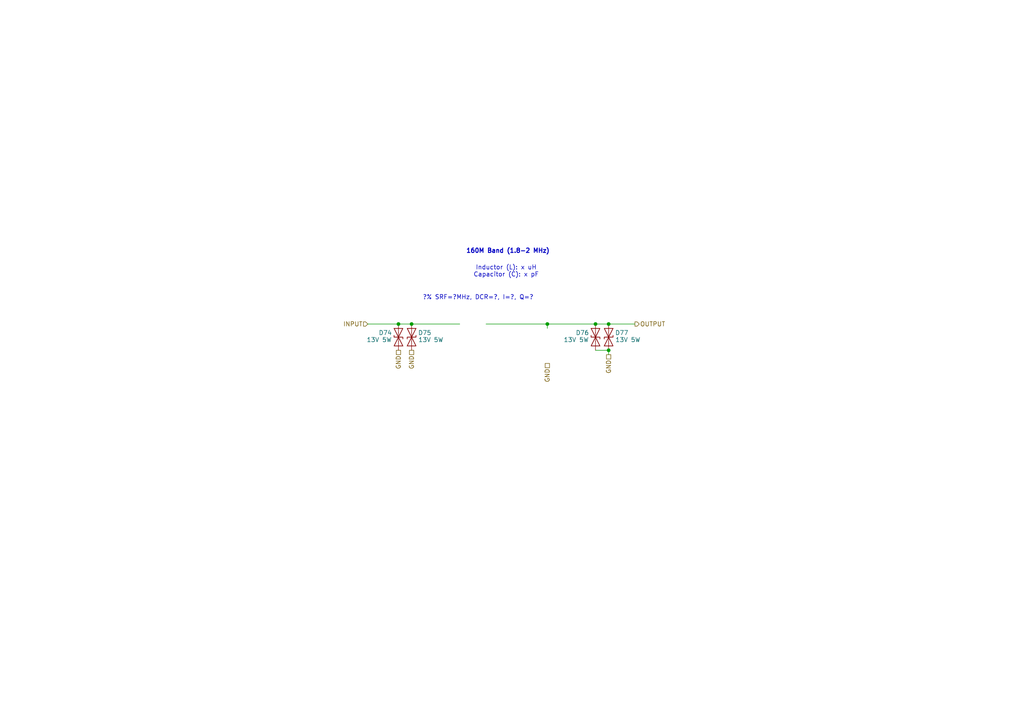
<source format=kicad_sch>
(kicad_sch (version 20231120) (generator "eeschema") (generator_version "8.0")
  (paper "A4")
  (lib_symbols
    (symbol "Diode:SD15_SOD323" (pin_numbers hide) (pin_names (offset 1.016) hide)
      (property "Reference" "D" (at 0 2.54 0))
      (property "Value" "SD15_SOD323" (at 0 -2.54 0))
      (symbol "SD15_SOD323_0_1"
        (polyline (pts (xy 1.27 0) (xy -1.27 0)))
        (polyline (pts (xy -2.54 -1.27) (xy 0 0) (xy -2.54 1.27) (xy -2.54 -1.27)) (stroke (width 0.2032)))
        (polyline (pts (xy 0.508 1.27) (xy 0 1.27) (xy 0 -1.27) (xy -0.508 -1.27)) (stroke (width 0.2032)))
        (polyline (pts (xy 2.54 1.27) (xy 2.54 -1.27) (xy 0 0) (xy 2.54 1.27)) (stroke (width 0.2032)))
      )
      (symbol "SD15_SOD323_1_1"
        (pin passive line (at -3.81 0 0) (length 2.54) (name "A1") (number "1"))
        (pin passive line (at 3.81 0 180) (length 2.54) (name "A2") (number "2"))
      )
    )
  )
  (junction (at 172.72 93.98))
  (junction (at 176.53 101.6))
  (junction (at 176.53 93.98))
  (junction (at 115.57 93.98))
  (junction (at 119.38 93.98))
  (junction (at 158.75 93.98))
  (wire (pts (xy 106.68 93.98) (xy 115.57 93.98)))
  (wire (pts (xy 119.38 93.98) (xy 133.35 93.98)))
  (wire (pts (xy 176.53 101.6) (xy 176.53 102.87)))
  (wire (pts (xy 158.75 93.98) (xy 172.72 93.98)))
  (wire (pts (xy 172.72 93.98) (xy 176.53 93.98)))
  (wire (pts (xy 115.57 93.98) (xy 119.38 93.98)))
  (wire (pts (xy 158.75 93.98) (xy 158.75 95.25)))
  (wire (pts (xy 140.97 93.98) (xy 158.75 93.98)))
  (wire (pts (xy 172.72 101.6) (xy 176.53 101.6)))
  (wire (pts (xy 176.53 93.98) (xy 184.15 93.98)))
  (text "?% SRF=?MHz, DCR=?, I=?, Q=?" (at 138.684 86.36 0) (effects (font (size 1.27 1.27))))
  (text "160M Band (1.8-2 MHz)" (at 147.32 72.898 0) (effects (font (size 1.27 1.27) (thickness 0.254) (bold yes))))
  (text "Inductor (L): x uH\nCapacitor (C): x pF" (at 146.812 78.74 0) (effects (font (size 1.27 1.27))))
  (hierarchical_label "GND" (shape passive) (at 158.75 105.41 270))
  (hierarchical_label "GND" (shape passive) (at 119.38 101.6 270))
  (hierarchical_label "GND" (shape passive) (at 176.53 102.87 270))
  (hierarchical_label "INPUT" (shape input) (at 106.68 93.98 180))
  (hierarchical_label "OUTPUT" (shape output) (at 184.15 93.98 0))
  (hierarchical_label "GND" (shape passive) (at 115.57 101.6 270))
  (symbol (lib_id "Diode:SD15_SOD323") (at 172.72 97.79 90) (unit 1)
    (property "Reference" "D76" (at 168.91 96.52 90))
    (property "Value" "13V 5W" (at 167.132 98.552 90))
    (property "Footprint" "Diode_SMD:D_0603_1608Metric" (effects (hide yes)))
    (property "Datasheet" "https://wmsc.lcsc.com/wmsc/upload/file/pdf/v2/lcsc/1912111437_DOWO-SMB5350B_C284082.pdf" (effects (hide yes)))
    (property "Description" "Independent Type 5W 13V SMB(DO-214AA) Zener Diodes ROHS" (effects (hide yes)))
    (property "LCSC Part #" "C284082" (effects (hide yes)))
    (property "MPN" "SMB5350B" (effects (hide yes)))
    (property "Manufacturer" "DOWO" (effects (hide yes)))
  )
  (symbol (lib_id "Diode:SD15_SOD323") (at 176.53 97.79 270) (mirror x) (unit 1)
    (property "Reference" "D77" (at 180.34 96.52 90))
    (property "Value" "13V 5W" (at 182.118 98.552 90))
    (property "Footprint" "Diode_SMD:D_0603_1608Metric" (effects (hide yes)))
    (property "Datasheet" "https://wmsc.lcsc.com/wmsc/upload/file/pdf/v2/lcsc/1912111437_DOWO-SMB5350B_C284082.pdf" (effects (hide yes)))
    (property "Description" "Independent Type 5W 13V SMB(DO-214AA) Zener Diodes ROHS" (effects (hide yes)))
    (property "LCSC Part #" "C284082" (effects (hide yes)))
    (property "MPN" "SMB5350B" (effects (hide yes)))
    (property "Manufacturer" "DOWO" (effects (hide yes)))
  )
  (symbol (lib_id "Diode:SD15_SOD323") (at 119.38 97.79 270) (mirror x) (unit 1)
    (property "Reference" "D75" (at 123.19 96.52 90))
    (property "Value" "13V 5W" (at 124.968 98.552 90))
    (property "Footprint" "Diode_SMD:D_0603_1608Metric" (effects (hide yes)))
    (property "Datasheet" "https://wmsc.lcsc.com/wmsc/upload/file/pdf/v2/lcsc/1912111437_DOWO-SMB5350B_C284082.pdf" (effects (hide yes)))
    (property "Description" "Independent Type 5W 13V SMB(DO-214AA) Zener Diodes ROHS" (effects (hide yes)))
    (property "LCSC Part #" "C284082" (effects (hide yes)))
    (property "MPN" "SMB5350B" (effects (hide yes)))
    (property "Manufacturer" "DOWO" (effects (hide yes)))
  )
  (symbol (lib_id "Diode:SD15_SOD323") (at 115.57 97.79 90) (unit 1)
    (property "Reference" "D74" (at 111.76 96.52 90))
    (property "Value" "13V 5W" (at 109.982 98.552 90))
    (property "Footprint" "Diode_SMD:D_0603_1608Metric" (effects (hide yes)))
    (property "Datasheet" "https://wmsc.lcsc.com/wmsc/upload/file/pdf/v2/lcsc/1912111437_DOWO-SMB5350B_C284082.pdf" (effects (hide yes)))
    (property "Description" "Independent Type 5W 13V SMB(DO-214AA) Zener Diodes ROHS" (effects (hide yes)))
    (property "LCSC Part #" "C284082" (effects (hide yes)))
    (property "MPN" "SMB5350B" (effects (hide yes)))
    (property "Manufacturer" "DOWO" (effects (hide yes)))
  )
)
</source>
